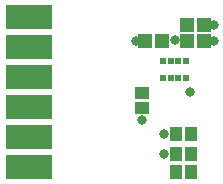
<source format=gts>
G04 Layer_Color=20142*
%FSLAX25Y25*%
%MOIN*%
G70*
G01*
G75*
%ADD21R,0.15800X0.08400*%
G04:AMPARAMS|DCode=22|XSize=21.78mil|YSize=21.78mil|CornerRadius=7.45mil|HoleSize=0mil|Usage=FLASHONLY|Rotation=270.000|XOffset=0mil|YOffset=0mil|HoleType=Round|Shape=RoundedRectangle|*
%AMROUNDEDRECTD22*
21,1,0.02178,0.00689,0,0,270.0*
21,1,0.00689,0.02178,0,0,270.0*
1,1,0.01489,-0.00345,-0.00345*
1,1,0.01489,-0.00345,0.00345*
1,1,0.01489,0.00345,0.00345*
1,1,0.01489,0.00345,-0.00345*
%
%ADD22ROUNDEDRECTD22*%
%ADD23R,0.04540X0.04934*%
%ADD24R,0.03950X0.04540*%
%ADD25R,0.04540X0.03950*%
%ADD26C,0.03200*%
D21*
X112500Y285000D02*
D03*
Y295000D02*
D03*
Y305000D02*
D03*
Y315000D02*
D03*
Y275000D02*
D03*
Y265000D02*
D03*
D22*
X164839Y294646D02*
D03*
X162279D02*
D03*
X159721D02*
D03*
X157161D02*
D03*
Y300354D02*
D03*
X159721D02*
D03*
X162279D02*
D03*
X164839D02*
D03*
D23*
X165146Y307000D02*
D03*
X170854D02*
D03*
X165146Y312500D02*
D03*
X170854D02*
D03*
X156854Y307000D02*
D03*
X151146D02*
D03*
D24*
X161441Y263500D02*
D03*
X166559D02*
D03*
X161441Y276000D02*
D03*
X166559D02*
D03*
X161441Y269500D02*
D03*
X166559D02*
D03*
D25*
X150267Y284674D02*
D03*
Y289792D02*
D03*
D26*
X157500Y269500D02*
D03*
Y276000D02*
D03*
X161000Y307500D02*
D03*
X174000Y312500D02*
D03*
Y307000D02*
D03*
X148000D02*
D03*
X166000Y290000D02*
D03*
X150267Y280733D02*
D03*
M02*

</source>
